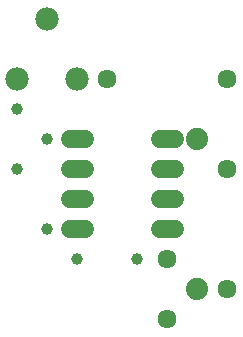
<source format=gbs>
G75*
%MOIN*%
%OFA0B0*%
%FSLAX25Y25*%
%IPPOS*%
%LPD*%
%AMOC8*
5,1,8,0,0,1.08239X$1,22.5*
%
%ADD10C,0.06343*%
%ADD11C,0.07800*%
%ADD12C,0.05950*%
%ADD13C,0.03900*%
%ADD14C,0.07400*%
D10*
X0071000Y0011000D03*
X0071000Y0031000D03*
X0091000Y0021000D03*
X0091000Y0061000D03*
X0091000Y0091000D03*
X0051000Y0091000D03*
D11*
X0041000Y0091000D03*
X0031000Y0111000D03*
X0021000Y0091000D03*
D12*
X0038425Y0071000D02*
X0043575Y0071000D01*
X0043575Y0061000D02*
X0038425Y0061000D01*
X0038425Y0051000D02*
X0043575Y0051000D01*
X0043575Y0041000D02*
X0038425Y0041000D01*
X0068425Y0041000D02*
X0073575Y0041000D01*
X0073575Y0051000D02*
X0068425Y0051000D01*
X0068425Y0061000D02*
X0073575Y0061000D01*
X0073575Y0071000D02*
X0068425Y0071000D01*
D13*
X0031000Y0041000D03*
X0041000Y0031000D03*
X0061000Y0031000D03*
X0031000Y0071000D03*
X0021000Y0061000D03*
X0021000Y0081000D03*
D14*
X0081000Y0071000D03*
X0081000Y0021000D03*
M02*

</source>
